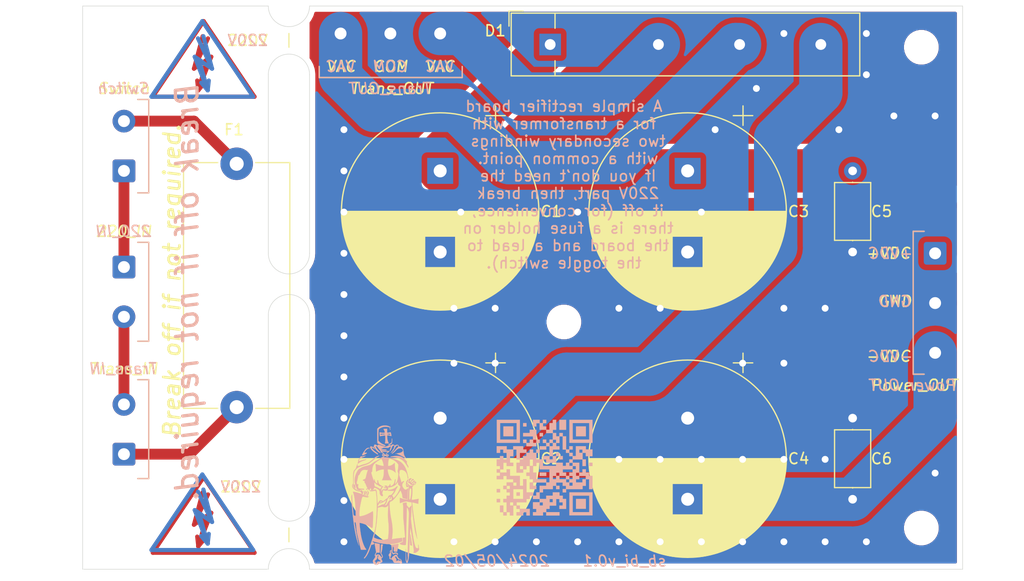
<source format=kicad_pcb>
(kicad_pcb (version 20171130) (host pcbnew "(5.1.12)-1")
  (title_block (title sb_bi) (date 2024-05-02) (rev v0.1) (company piro.tex))
  (layers (0 F.Cu signal) (31 B.Cu signal) (34 B.Paste user) (35 F.Paste user) (36 B.SilkS user) (37 F.SilkS user) (38 B.Mask user) (39 F.Mask user) (44 Edge.Cuts user))
  (net 0 "")
  (net 1 GND)
  (net 2 "Net-(C1-Pad1)")
  (net 3 "Net-(C2-Pad2)")
  (net 4 "Net-(D1-Pad2)")
  (net 5 "Net-(D1-Pad3)")
  (net 6 "Net-(F1-Pad2)")
  (net 7 "Net-(F1-Pad1)")
  (net 8 "Net-(J1-Pad2)")
  (net 9 "Net-(J1-Pad1)")
  (module mine:qr_code (layer B.Cu) (at 136.652 154.432 180)
    (fp_text reference G*** hide)
    (fp_text value LOGO hide)
  )
  (module Symbol:Symbol_HighVoltage_Type2_CopperTop_VerySmall (layer B.Cu) (at 105.029 159.258 180)
    (fp_text reference 220V (at -3.556 3.048) (layer B.SilkS) (effects (justify mirror)))
    (fp_text value Symbol_HighVoltage_Type2_CopperTop_VerySmall)
    (fp_line (start -4.699 -2.794) (end 0 4.191) (layer B.Cu) (width 0.381))
    (fp_line (start 4.699 -2.794) (end -4.699 -2.794) (layer B.Cu) (width 0.381))
    (fp_line (start 0 4.191) (end 4.699 -2.794) (layer B.Cu) (width 0.381))
    (fp_line (start -0.49784 -2.19964) (end -0.59944 -1.30048) (layer B.Cu) (width 0.381))
    (fp_line (start 0.29972 0.59944) (end -0.49784 -2.19964) (layer B.Cu) (width 0.381))
    (fp_line (start -0.89916 -0.20066) (end 0.29972 0.59944) (layer B.Cu) (width 0.381))
    (fp_line (start -0.09906 2.79908) (end -0.89916 -0.20066) (layer B.Cu) (width 0.381))
    (fp_line (start -0.49784 -2.19964) (end 0.1016 -1.50114) (layer B.Cu) (width 0.381))
    (fp_line (start -0.89916 -0.20066) (end 0.40132 2.60096) (layer B.Cu) (width 0.381))
    (fp_line (start 0.70104 0.89916) (end 0.1016 0.50038) (layer B.Cu) (width 0.381))
    (fp_line (start -0.49784 -2.19964) (end 0.70104 0.89916) (layer B.Cu) (width 0.381))
  )
  (module Symbol:Symbol_HighVoltage_Type2_CopperTop_VerySmall (layer B.Cu) (at 105.029 117.348 180)
    (fp_text reference 220V (at -4.191 2.413) (layer B.SilkS) (effects (justify mirror)))
    (fp_text value Symbol_HighVoltage_Type2_CopperTop_VerySmall)
    (fp_line (start -4.699 -2.794) (end 0 4.191) (layer B.Cu) (width 0.381))
    (fp_line (start 4.699 -2.794) (end -4.699 -2.794) (layer B.Cu) (width 0.381))
    (fp_line (start 0 4.191) (end 4.699 -2.794) (layer B.Cu) (width 0.381))
    (fp_line (start -0.49784 -2.19964) (end -0.59944 -1.30048) (layer B.Cu) (width 0.381))
    (fp_line (start 0.29972 0.59944) (end -0.49784 -2.19964) (layer B.Cu) (width 0.381))
    (fp_line (start -0.89916 -0.20066) (end 0.29972 0.59944) (layer B.Cu) (width 0.381))
    (fp_line (start -0.09906 2.79908) (end -0.89916 -0.20066) (layer B.Cu) (width 0.381))
    (fp_line (start -0.49784 -2.19964) (end 0.1016 -1.50114) (layer B.Cu) (width 0.381))
    (fp_line (start -0.89916 -0.20066) (end 0.40132 2.60096) (layer B.Cu) (width 0.381))
    (fp_line (start 0.70104 0.89916) (end 0.1016 0.50038) (layer B.Cu) (width 0.381))
    (fp_line (start -0.49784 -2.19964) (end 0.70104 0.89916) (layer B.Cu) (width 0.381))
  )
  (module Symbol:Symbol_HighVoltage_Type2_CopperTop_VerySmall (layer F.Cu) (at 105.156 159.512)
    (fp_text reference 220V (at 3.429 -3.302) (layer F.SilkS))
    (fp_text value Symbol_HighVoltage_Type2_CopperTop_VerySmall)
    (fp_line (start -4.699 2.794) (end 0 -4.191) (layer F.Cu) (width 0.381))
    (fp_line (start 4.699 2.794) (end -4.699 2.794) (layer F.Cu) (width 0.381))
    (fp_line (start 0 -4.191) (end 4.699 2.794) (layer F.Cu) (width 0.381))
    (fp_line (start -0.49784 2.19964) (end -0.59944 1.30048) (layer F.Cu) (width 0.381))
    (fp_line (start 0.29972 -0.59944) (end -0.49784 2.19964) (layer F.Cu) (width 0.381))
    (fp_line (start -0.89916 0.20066) (end 0.29972 -0.59944) (layer F.Cu) (width 0.381))
    (fp_line (start -0.09906 -2.79908) (end -0.89916 0.20066) (layer F.Cu) (width 0.381))
    (fp_line (start -0.49784 2.19964) (end 0.1016 1.50114) (layer F.Cu) (width 0.381))
    (fp_line (start -0.89916 0.20066) (end 0.40132 -2.60096) (layer F.Cu) (width 0.381))
    (fp_line (start 0.70104 -0.89916) (end 0.1016 -0.50038) (layer F.Cu) (width 0.381))
    (fp_line (start -0.49784 2.19964) (end 0.70104 -0.89916) (layer F.Cu) (width 0.381))
  )
  (module Symbol:Symbol_HighVoltage_Type2_CopperTop_VerySmall (layer F.Cu) (at 105.156 117.348)
    (fp_text reference 220V (at 4.064 -2.413) (layer F.SilkS))
    (fp_text value Symbol_HighVoltage_Type2_CopperTop_VerySmall)
    (fp_line (start -4.699 2.794) (end 0 -4.191) (layer F.Cu) (width 0.381))
    (fp_line (start 4.699 2.794) (end -4.699 2.794) (layer F.Cu) (width 0.381))
    (fp_line (start 0 -4.191) (end 4.699 2.794) (layer F.Cu) (width 0.381))
    (fp_line (start -0.49784 2.19964) (end -0.59944 1.30048) (layer F.Cu) (width 0.381))
    (fp_line (start 0.29972 -0.59944) (end -0.49784 2.19964) (layer F.Cu) (width 0.381))
    (fp_line (start -0.89916 0.20066) (end 0.29972 -0.59944) (layer F.Cu) (width 0.381))
    (fp_line (start -0.09906 -2.79908) (end -0.89916 0.20066) (layer F.Cu) (width 0.381))
    (fp_line (start -0.49784 2.19964) (end 0.1016 1.50114) (layer F.Cu) (width 0.381))
    (fp_line (start -0.89916 0.20066) (end 0.40132 -2.60096) (layer F.Cu) (width 0.381))
    (fp_line (start 0.70104 -0.89916) (end 0.1016 -0.50038) (layer F.Cu) (width 0.381))
    (fp_line (start -0.49784 2.19964) (end 0.70104 -0.89916) (layer F.Cu) (width 0.381))
  )
  (module mine:knight_10x13mm (layer B.Cu) (at 121.92 156.972 180)
    (fp_text reference G*** hide)
    (fp_text value LOGO hide)
  )
  (module Capacitor_THT:CP_Radial_D18.0mm_P7.50mm (layer F.Cu) (at 127 127 270)
    (fp_text reference C1 (at 3.75 -10.25 180) (layer F.SilkS))
    (fp_text value 4700u)
    (pad 2 thru_hole circle (at 7.5 0 270) (size 2.4 2.4) (drill 1.2) (layers *.Cu *.Mask) (net 1 GND))
    (pad 1 thru_hole rect (at 0 0 270) (size 2.4 2.4) (drill 1.2) (layers *.Cu *.Mask) (net 2 "Net-(C1-Pad1)"))
  )
  (module MountingHole:MountingHole_2.2mm_M2 (layer F.Cu) (at 171.45 160.02)
    (fp_text reference REF** hide)
    (fp_text value MountingHole_2.2mm_M2)
    (pad 1 np_thru_hole circle (at 0 0) (size 2.2 2.2) (drill 2.2) (layers *.Cu *.Mask))
  )
  (module MountingHole:MountingHole_2.2mm_M2 (layer F.Cu) (at 171.45 115.57)
    (fp_text reference REF** hide)
    (fp_text value MountingHole_2.2mm_M2)
    (pad 1 np_thru_hole circle (at 0 0) (size 2.2 2.2) (drill 2.2) (layers *.Cu *.Mask))
  )
  (module MountingHole:MountingHole_2.2mm_M2 (layer F.Cu) (at 138.43 140.97)
    (fp_text reference REF** hide)
    (fp_text value MountingHole_2.2mm_M2)
    (pad 1 np_thru_hole circle (at 0 0) (size 2.2 2.2) (drill 2.2) (layers *.Cu *.Mask))
  )
  (module MountingHole:MountingHole_2.2mm_M2 (layer F.Cu) (at 97.79 160.02)
    (fp_text reference REF** hide)
    (fp_text value MountingHole_2.2mm_M2)
    (pad 1 np_thru_hole circle (at 0 0) (size 2.2 2.2) (drill 2.2) (layers *.Cu *.Mask))
  )
  (module MountingHole:MountingHole_2.2mm_M2 (layer F.Cu) (at 97.79 115.57)
    (fp_text reference REF** hide)
    (fp_text value MountingHole_2.2mm_M2)
    (pad 1 np_thru_hole circle (at 0 0) (size 2.2 2.2) (drill 2.2) (layers *.Cu *.Mask))
  )
  (module Connector_Wire:SolderWire-0.5sqmm_1x02_P4.6mm_D0.9mm_OD2.1mm (layer F.Cu) (at 97.79 127 90)
    (fp_text reference SW1 hide)
    (fp_text value Power)
    (pad 2 thru_hole circle (at 4.6 0 90) (size 2.1 2.1) (drill 1.1) (layers *.Cu *.Mask) (net 6 "Net-(F1-Pad2)"))
    (pad 1 thru_hole roundrect (at 0 0 90) (size 2.1 2.1) (drill 1.1) (layers *.Cu *.Mask) (roundrect_rratio 0.1190471428571429) (net 9 "Net-(J1-Pad1)"))
  )
  (module Connector_Wire:SolderWire-0.5sqmm_1x03_P4.6mm_D0.9mm_OD2.1mm (layer F.Cu) (at 172.72 134.62 270)
    (fp_text reference J4 hide)
    (fp_text value Power_OUT)
    (pad 3 thru_hole circle (at 9.2 0 270) (size 2.1 2.1) (drill 1.1) (layers *.Cu *.Mask) (net 3 "Net-(C2-Pad2)"))
    (pad 2 thru_hole circle (at 4.6 0 270) (size 2.1 2.1) (drill 1.1) (layers *.Cu *.Mask) (net 1 GND))
    (pad 1 thru_hole roundrect (at 0 0 270) (size 2.1 2.1) (drill 1.1) (layers *.Cu *.Mask) (roundrect_rratio 0.1190471428571429) (net 2 "Net-(C1-Pad1)"))
  )
  (module Connector_Wire:SolderWire-0.5sqmm_1x02_P4.6mm_D0.9mm_OD2.1mm (layer F.Cu) (at 97.79 153.19 90)
    (fp_text reference J3 hide)
    (fp_text value Trans_IN)
    (pad 2 thru_hole circle (at 4.6 0 90) (size 2.1 2.1) (drill 1.1) (layers *.Cu *.Mask) (net 8 "Net-(J1-Pad2)"))
    (pad 1 thru_hole roundrect (at 0 0 90) (size 2.1 2.1) (drill 1.1) (layers *.Cu *.Mask) (roundrect_rratio 0.1190471428571429) (net 7 "Net-(F1-Pad1)"))
  )
  (module Connector_Wire:SolderWire-0.5sqmm_1x03_P4.6mm_D0.9mm_OD2.1mm (layer F.Cu) (at 127 114.3 180)
    (fp_text reference J2 hide)
    (fp_text value Trans_OUT)
    (pad 3 thru_hole circle (at 9.2 0 180) (size 2.1 2.1) (drill 1.1) (layers *.Cu *.Mask) (net 5 "Net-(D1-Pad3)"))
    (pad 2 thru_hole circle (at 4.6 0 180) (size 2.1 2.1) (drill 1.1) (layers *.Cu *.Mask) (net 1 GND))
    (pad 1 thru_hole roundrect (at 0 0 180) (size 2.1 2.1) (drill 1.1) (layers *.Cu *.Mask) (roundrect_rratio 0.1190471428571429) (net 4 "Net-(D1-Pad2)"))
  )
  (module Connector_Wire:SolderWire-0.5sqmm_1x02_P4.6mm_D0.9mm_OD2.1mm (layer F.Cu) (at 97.79 135.89 270)
    (fp_text reference J1 hide)
    (fp_text value Power_IN)
    (pad 2 thru_hole circle (at 4.6 0 270) (size 2.1 2.1) (drill 1.1) (layers *.Cu *.Mask) (net 8 "Net-(J1-Pad2)"))
    (pad 1 thru_hole roundrect (at 0 0 270) (size 2.1 2.1) (drill 1.1) (layers *.Cu *.Mask) (roundrect_rratio 0.1190471428571429) (net 9 "Net-(J1-Pad1)"))
  )
  (module Fuse:Fuseholder_Cylinder-5x20mm_Schurter_0031_8201_Horizontal_Open (layer F.Cu) (at 108.204 148.844 90)
    (fp_text reference F1 (at 25.654 -0.254 180) (layer F.SilkS))
    (fp_text value 5A)
    (pad "" np_thru_hole circle (at 11.25 0 90) (size 2.7 2.7) (drill 2.7) (layers *.Cu *.Mask))
    (pad 2 thru_hole circle (at 22.5 0 90) (size 3 3) (drill 1.3) (layers *.Cu *.Mask) (net 6 "Net-(F1-Pad2)"))
    (pad 1 thru_hole circle (at 0 0 90) (size 3 3) (drill 1.3) (layers *.Cu *.Mask) (net 7 "Net-(F1-Pad1)"))
  )
  (module mine:GBJ (layer F.Cu) (at 137.16 115.316)
    (fp_text reference D1 (at -5.08 -1.27 180) (layer F.SilkS))
    (fp_text value GBJ1510)
    (pad 1 thru_hole rect (at 0 0) (size 2 2) (drill 1) (layers *.Cu *.Mask) (net 2 "Net-(C1-Pad1)"))
    (pad 2 thru_hole circle (at 10 0) (size 2 2) (drill 1) (layers *.Cu *.Mask) (net 4 "Net-(D1-Pad2)"))
    (pad 3 thru_hole circle (at 17.5 0) (size 2 2) (drill 1) (layers *.Cu *.Mask) (net 5 "Net-(D1-Pad3)"))
    (pad 4 thru_hole circle (at 25 0) (size 2 2) (drill 1) (layers *.Cu *.Mask) (net 3 "Net-(C2-Pad2)"))
  )
  (module Capacitor_THT:C_Axial_L5.1mm_D3.1mm_P7.50mm_Horizontal (layer F.Cu) (at 165.1 149.86 270)
    (fp_text reference C6 (at 3.75 -2.67 180) (layer F.SilkS))
    (fp_text value 100n)
    (pad 2 thru_hole oval (at 7.5 0 270) (size 1.6 1.6) (drill 0.8) (layers *.Cu *.Mask) (net 3 "Net-(C2-Pad2)"))
    (pad 1 thru_hole circle (at 0 0 270) (size 1.6 1.6) (drill 0.8) (layers *.Cu *.Mask) (net 1 GND))
  )
  (module Capacitor_THT:C_Axial_L5.1mm_D3.1mm_P7.50mm_Horizontal (layer F.Cu) (at 165.1 127 270)
    (fp_text reference C5 (at 3.75 -2.67 180) (layer F.SilkS))
    (fp_text value 100n)
    (pad 2 thru_hole oval (at 7.5 0 270) (size 1.6 1.6) (drill 0.8) (layers *.Cu *.Mask) (net 1 GND))
    (pad 1 thru_hole circle (at 0 0 270) (size 1.6 1.6) (drill 0.8) (layers *.Cu *.Mask) (net 2 "Net-(C1-Pad1)"))
  )
  (module Capacitor_THT:CP_Radial_D18.0mm_P7.50mm (layer F.Cu) (at 149.86 149.86 270)
    (fp_text reference C4 (at 3.75 -10.25 180) (layer F.SilkS))
    (fp_text value 4700u)
    (pad 2 thru_hole circle (at 7.5 0 270) (size 2.4 2.4) (drill 1.2) (layers *.Cu *.Mask) (net 3 "Net-(C2-Pad2)"))
    (pad 1 thru_hole rect (at 0 0 270) (size 2.4 2.4) (drill 1.2) (layers *.Cu *.Mask) (net 1 GND))
  )
  (module Capacitor_THT:CP_Radial_D18.0mm_P7.50mm (layer F.Cu) (at 149.86 127 270)
    (fp_text reference C3 (at 3.75 -10.25 180) (layer F.SilkS))
    (fp_text value 4700u)
    (pad 2 thru_hole circle (at 7.5 0 270) (size 2.4 2.4) (drill 1.2) (layers *.Cu *.Mask) (net 1 GND))
    (pad 1 thru_hole rect (at 0 0 270) (size 2.4 2.4) (drill 1.2) (layers *.Cu *.Mask) (net 2 "Net-(C1-Pad1)"))
  )
  (module Capacitor_THT:CP_Radial_D18.0mm_P7.50mm (layer F.Cu) (at 127 149.86 270)
    (fp_text reference C2 (at 3.75 -10.25 180) (layer F.SilkS))
    (fp_text value 4700u)
    (pad 2 thru_hole circle (at 7.5 0 270) (size 2.4 2.4) (drill 1.2) (layers *.Cu *.Mask) (net 3 "Net-(C2-Pad2)"))
    (pad 1 thru_hole rect (at 0 0 270) (size 2.4 2.4) (drill 1.2) (layers *.Cu *.Mask) (net 1 GND))
  )
  (gr_line (start 170.688 145.796) (end 171.704 145.796) (layer B.SilkS) (width 0.12))
  (gr_line (start 170.688 132.588) (end 170.688 145.796) (layer B.SilkS) (width 0.12))
  (gr_line (start 171.704 132.588) (end 170.688 132.588) (layer B.SilkS) (width 0.12))
  (gr_line (start 129.032 118.364) (end 129.032 117.348) (layer B.SilkS) (width 0.12))
  (gr_line (start 115.824 118.364) (end 129.032 118.364) (layer B.SilkS) (width 0.12))
  (gr_line (start 115.824 117.348) (end 115.824 118.364) (layer B.SilkS) (width 0.12))
  (gr_line (start 100.076 155.448) (end 99.06 155.448) (layer B.SilkS) (width 0.12))
  (gr_line (start 100.076 146.304) (end 100.076 155.448) (layer B.SilkS) (width 0.12))
  (gr_line (start 99.06 146.304) (end 100.076 146.304) (layer B.SilkS) (width 0.12))
  (gr_line (start 100.076 142.748) (end 99.06 142.748) (layer B.SilkS) (width 0.12))
  (gr_line (start 100.076 133.604) (end 100.076 142.748) (layer B.SilkS) (width 0.12))
  (gr_line (start 99.06 133.604) (end 100.076 133.604) (layer B.SilkS) (width 0.12))
  (gr_line (start 100.076 129.032) (end 99.06 129.032) (layer B.SilkS) (width 0.12))
  (gr_line (start 100.076 120.396) (end 100.076 129.032) (layer B.SilkS) (width 0.12))
  (gr_line (start 99.06 120.396) (end 100.076 120.396) (layer B.SilkS) (width 0.12))
  (gr_line (start 170.688 145.796) (end 171.704 145.796) (layer F.SilkS) (width 0.12))
  (gr_line (start 170.688 132.588) (end 170.688 145.796) (layer F.SilkS) (width 0.12))
  (gr_line (start 171.704 132.588) (end 170.688 132.588) (layer F.SilkS) (width 0.12))
  (gr_line (start 100.076 155.448) (end 99.06 155.448) (layer F.SilkS) (width 0.12))
  (gr_line (start 100.076 146.304) (end 100.076 155.448) (layer F.SilkS) (width 0.12))
  (gr_line (start 99.06 146.304) (end 100.076 146.304) (layer F.SilkS) (width 0.12))
  (gr_line (start 100.076 142.748) (end 99.06 142.748) (layer F.SilkS) (width 0.12))
  (gr_line (start 100.076 133.604) (end 100.076 142.748) (layer F.SilkS) (width 0.12))
  (gr_line (start 99.06 133.604) (end 100.076 133.604) (layer F.SilkS) (width 0.12))
  (gr_line (start 100.076 129.032) (end 99.06 129.032) (layer F.SilkS) (width 0.12))
  (gr_line (start 100.076 120.396) (end 100.076 129.032) (layer F.SilkS) (width 0.12))
  (gr_line (start 99.06 120.396) (end 100.076 120.396) (layer F.SilkS) (width 0.12))
  (gr_line (start 129.032 118.364) (end 129.032 117.348) (layer F.SilkS) (width 0.12))
  (gr_line (start 115.824 118.364) (end 129.032 118.364) (layer F.SilkS) (width 0.12))
  (gr_line (start 115.824 117.348) (end 115.824 118.364) (layer F.SilkS) (width 0.12))
  (gr_text "A simple rectifier board\n for a transformer with \ntwo secondary windings \nwith a common point. \nIf you don’t need the \n220V part, then break \nit off (for convenience, \nthere is a fuse holder on \nthe board and a lead to \nthe toggle switch)." (at 138.43 128.27) (layer B.SilkS) (effects (font (size 1 1)) (justify mirror)))
  (gr_line (start 113.03 114.3) (end 113.03 115.57) (layer F.SilkS) (width 0.12))
  (gr_line (start 113.03 160.02) (end 113.03 161.29) (layer F.SilkS) (width 0.12))
  (gr_line (start 111.125 118.11) (end 111.125 134.62) (layer Edge.Cuts) (width 0.05))
  (gr_line (start 114.935 134.62) (end 114.935 118.11) (layer Edge.Cuts) (width 0.05))
  (gr_arc (start 113.03 134.62) (end 111.125 134.62) (angle -180) (layer Edge.Cuts) (width 0.05))
  (gr_arc (start 113.03 140.335) (end 114.935 140.335) (angle -180) (layer Edge.Cuts) (width 0.05))
  (gr_text "Break off if not required." (at 102.235 137.16 90) (layer F.SilkS) (effects (font (size 1.5 1.5) (thickness 0.25) italic)))
  (gr_text "Break off if not required." (at 103.632 138.176 90) (layer B.SilkS) (effects (font (size 2 2) (thickness 0.3) italic) (justify mirror)))
  (gr_text Power_OUT (at 170.688 146.812) (layer B.SilkS) (effects (font (size 1 1) (thickness 0.15) italic) (justify mirror)))
  (gr_text -VDC (at 168.656 144.145) (layer B.SilkS) (effects (font (size 1 1) (thickness 0.15) italic) (justify mirror)))
  (gr_text VAC (at 127 117.348) (layer B.SilkS) (effects (font (size 1 1) (thickness 0.15) italic) (justify mirror)))
  (gr_text GND (at 169.037 139.065) (layer B.SilkS) (effects (font (size 1 1) (thickness 0.15) italic) (justify mirror)))
  (gr_text VAC (at 117.856 117.348) (layer B.SilkS) (effects (font (size 1 1) (thickness 0.15) italic) (justify mirror)))
  (gr_text +VDC (at 168.656 134.62) (layer B.SilkS) (effects (font (size 1 1) (thickness 0.15) italic) (justify mirror)))
  (gr_text COM (at 122.428 117.348) (layer B.SilkS) (effects (font (size 1 1) (thickness 0.15) italic) (justify mirror)))
  (gr_text 220_IN (at 97.79 132.588) (layer B.SilkS) (effects (font (size 1 1) (thickness 0.15) italic) (justify mirror)))
  (gr_text Trans_IN (at 97.79 145.288) (layer B.SilkS) (effects (font (size 1 1) (thickness 0.15) italic) (justify mirror)))
  (gr_text Switch (at 97.79 119.38) (layer B.SilkS) (effects (font (size 1 1) (thickness 0.15) italic) (justify mirror)))
  (gr_text Trans_OUT (at 122.428 119.38) (layer B.SilkS) (effects (font (size 1 1) (thickness 0.15) italic) (justify mirror)))
  (gr_text "sb_bi_v0.1    2024/05/02" (at 137.668 163.068) (layer B.SilkS) (effects (font (size 1 1) (thickness 0.15) italic) (justify mirror)))
  (gr_text -VDC (at 168.402 144.145) (layer F.SilkS) (effects (font (size 1 1) (thickness 0.15) italic)))
  (gr_text GND (at 169.037 139.065) (layer F.SilkS) (effects (font (size 1 1) (thickness 0.15) italic)))
  (gr_text +VDC (at 168.402 134.62) (layer F.SilkS) (effects (font (size 1 1) (thickness 0.15) italic)))
  (gr_text COM (at 122.428 117.348) (layer F.SilkS) (effects (font (size 1 1) (thickness 0.15) italic)))
  (gr_text VAC (at 117.856 117.348) (layer F.SilkS) (effects (font (size 1 1) (thickness 0.15) italic)))
  (gr_text VAC (at 127 117.348) (layer F.SilkS) (effects (font (size 1 1) (thickness 0.15) italic)))
  (gr_text Power_OUT (at 170.815 146.812) (layer F.SilkS) (effects (font (size 1 1) (thickness 0.15) italic)))
  (gr_text Trans_OUT (at 122.555 119.38) (layer F.SilkS) (effects (font (size 1 1) (thickness 0.15) italic)))
  (gr_text Trans_IN (at 97.79 145.288) (layer F.SilkS) (effects (font (size 1 1) (thickness 0.15) italic)))
  (gr_text 220_IN (at 97.79 132.588) (layer F.SilkS) (effects (font (size 1 1) (thickness 0.15) italic)))
  (gr_text Switch (at 97.79 119.38) (layer F.SilkS) (effects (font (size 1 1) (thickness 0.15) italic)))
  (gr_line (start 111.125 111.76) (end 93.98 111.76) (layer Edge.Cuts) (width 0.05))
  (gr_line (start 111.125 163.83) (end 93.98 163.83) (layer Edge.Cuts) (width 0.05))
  (gr_line (start 114.935 157.48) (end 114.935 140.335) (layer Edge.Cuts) (width 0.05))
  (gr_line (start 111.125 140.335) (end 111.125 157.48) (layer Edge.Cuts) (width 0.05))
  (gr_arc (start 113.03 157.48) (end 111.125 157.48) (angle -180) (layer Edge.Cuts) (width 0.05))
  (gr_arc (start 113.03 163.83) (end 114.935 163.83) (angle -180) (layer Edge.Cuts) (width 0.05))
  (gr_arc (start 113.03 118.11) (end 114.935 118.11) (angle -180) (layer Edge.Cuts) (width 0.05))
  (gr_arc (start 113.03 111.76) (end 111.125 111.76) (angle -180) (layer Edge.Cuts) (width 0.05))
  (gr_line (start 93.98 163.83) (end 93.98 111.76) (layer Edge.Cuts) (width 0.05))
  (gr_line (start 175.26 163.83) (end 114.935 163.83) (layer Edge.Cuts) (width 0.05))
  (gr_line (start 175.26 111.76) (end 175.26 163.83) (layer Edge.Cuts) (width 0.05))
  (gr_line (start 114.935 111.76) (end 175.26 111.76) (layer Edge.Cuts) (width 0.05))
  (segment (start 164.74 134.14) (end 165.1 134.5) (width 0.25) (layer F.Cu) (net 1))
  (segment (start 122.4 129.9) (end 127 134.5) (width 4) (layer F.Cu) (net 1))
  (segment (start 122.4 114.3) (end 122.4 129.9) (width 4) (layer F.Cu) (net 1))
  (segment (start 127 134.5) (end 149.86 134.5) (width 4) (layer F.Cu) (net 1))
  (segment (start 149.86 134.5) (end 165.1 134.5) (width 4) (layer F.Cu) (net 1))
  (segment (start 169.82 139.22) (end 172.72 139.22) (width 4) (layer F.Cu) (net 1))
  (segment (start 165.1 134.5) (end 169.82 139.22) (width 4) (layer F.Cu) (net 1))
  (segment (start 122.4 145.26) (end 127 149.86) (width 4) (layer F.Cu) (net 1))
  (segment (start 122.4 129.9) (end 122.4 145.26) (width 4) (layer F.Cu) (net 1))
  (segment (start 127 149.86) (end 149.86 149.86) (width 4) (layer F.Cu) (net 1))
  (segment (start 149.86 149.86) (end 165.1 149.86) (width 4) (layer F.Cu) (net 1))
  (segment (start 165.1 143.94) (end 169.82 139.22) (width 4) (layer F.Cu) (net 1))
  (segment (start 165.1 149.86) (end 165.1 143.94) (width 4) (layer F.Cu) (net 1))
  (via (at 166.37 114.3) (size 1.27) (drill 0.635) (layers F.Cu B.Cu) (net 1))
  (via (at 163.83 123.19) (size 1.27) (drill 0.635) (layers F.Cu B.Cu) (net 1))
  (via (at 166.37 118.11) (size 1.27) (drill 0.635) (layers F.Cu B.Cu) (net 1))
  (via (at 168.91 121.92) (size 1.27) (drill 0.635) (layers F.Cu B.Cu) (net 1))
  (via (at 172.72 121.92) (size 1.27) (drill 0.635) (layers F.Cu B.Cu) (net 1))
  (via (at 156.21 119.38) (size 1.27) (drill 0.635) (layers F.Cu B.Cu) (net 1))
  (via (at 158.75 114.3) (size 1.27) (drill 0.635) (layers F.Cu B.Cu) (net 1))
  (via (at 152.4 123.19) (size 1.27) (drill 0.635) (layers F.Cu B.Cu) (net 1))
  (via (at 151.13 130.81) (size 1.27) (drill 0.635) (layers F.Cu B.Cu) (net 1))
  (via (at 139.7 130.81) (size 1.27) (drill 0.635) (layers F.Cu B.Cu) (net 1))
  (via (at 128.905 130.81) (size 1.27) (drill 0.635) (layers F.Cu B.Cu) (net 1))
  (via (at 128.27 139.7) (size 1.27) (drill 0.635) (layers F.Cu B.Cu) (net 1))
  (via (at 128.27 144.78) (size 1.27) (drill 0.635) (layers F.Cu B.Cu) (net 1))
  (via (at 132.08 144.78) (size 1.27) (drill 0.635) (layers F.Cu B.Cu) (net 1))
  (via (at 132.08 139.7) (size 1.27) (drill 0.635) (layers F.Cu B.Cu) (net 1))
  (via (at 143.51 139.7) (size 1.27) (drill 0.635) (layers F.Cu B.Cu) (net 1))
  (via (at 147.32 139.7) (size 1.27) (drill 0.635) (layers F.Cu B.Cu) (net 1))
  (via (at 158.75 139.7) (size 1.27) (drill 0.635) (layers F.Cu B.Cu) (net 1))
  (via (at 158.75 144.78) (size 1.27) (drill 0.635) (layers F.Cu B.Cu) (net 1))
  (via (at 154.94 144.78) (size 1.27) (drill 0.635) (layers F.Cu B.Cu) (net 1))
  (via (at 162.56 139.7) (size 1.27) (drill 0.635) (layers F.Cu B.Cu) (net 1))
  (via (at 172.72 154.94) (size 1.27) (drill 0.635) (layers F.Cu B.Cu) (net 1))
  (via (at 162.56 161.29) (size 1.27) (drill 0.635) (layers F.Cu B.Cu) (net 1))
  (via (at 166.37 161.29) (size 1.27) (drill 0.635) (layers F.Cu B.Cu) (net 1))
  (via (at 158.75 161.29) (size 1.27) (drill 0.635) (layers F.Cu B.Cu) (net 1))
  (via (at 162.56 153.67) (size 1.27) (drill 0.635) (layers F.Cu B.Cu) (net 1))
  (via (at 158.75 153.67) (size 1.27) (drill 0.635) (layers F.Cu B.Cu) (net 1))
  (via (at 154.94 153.67) (size 1.27) (drill 0.635) (layers F.Cu B.Cu) (net 1))
  (via (at 151.13 153.67) (size 1.27) (drill 0.635) (layers F.Cu B.Cu) (net 1))
  (via (at 147.32 153.67) (size 1.27) (drill 0.635) (layers F.Cu B.Cu) (net 1))
  (via (at 143.51 153.67) (size 1.27) (drill 0.635) (layers F.Cu B.Cu) (net 1))
  (via (at 135.89 161.29) (size 1.27) (drill 0.635) (layers F.Cu B.Cu) (net 1))
  (via (at 139.7 161.29) (size 1.27) (drill 0.635) (layers F.Cu B.Cu) (net 1))
  (via (at 143.51 161.29) (size 1.27) (drill 0.635) (layers F.Cu B.Cu) (net 1))
  (via (at 147.32 161.29) (size 1.27) (drill 0.635) (layers F.Cu B.Cu) (net 1))
  (via (at 151.13 161.29) (size 1.27) (drill 0.635) (layers F.Cu B.Cu) (net 1))
  (via (at 154.94 161.29) (size 1.27) (drill 0.635) (layers F.Cu B.Cu) (net 1))
  (via (at 118.11 157.48) (size 1.27) (drill 0.635) (layers F.Cu B.Cu) (net 1))
  (via (at 128.27 161.29) (size 1.27) (drill 0.635) (layers F.Cu B.Cu) (net 1))
  (via (at 132.08 161.29) (size 1.27) (drill 0.635) (layers F.Cu B.Cu) (net 1))
  (via (at 118.11 153.67) (size 1.27) (drill 0.635) (layers F.Cu B.Cu) (net 1))
  (via (at 118.11 149.86) (size 1.27) (drill 0.635) (layers F.Cu B.Cu) (net 1))
  (via (at 118.11 146.05) (size 1.27) (drill 0.635) (layers F.Cu B.Cu) (net 1))
  (via (at 118.11 142.24) (size 1.27) (drill 0.635) (layers F.Cu B.Cu) (net 1))
  (via (at 118.11 138.43) (size 1.27) (drill 0.635) (layers F.Cu B.Cu) (net 1))
  (via (at 118.11 134.62) (size 1.27) (drill 0.635) (layers F.Cu B.Cu) (net 1))
  (via (at 118.11 130.81) (size 1.27) (drill 0.635) (layers F.Cu B.Cu) (net 1))
  (via (at 118.11 127) (size 1.27) (drill 0.635) (layers F.Cu B.Cu) (net 1))
  (via (at 118.11 123.19) (size 1.27) (drill 0.635) (layers F.Cu B.Cu) (net 1))
  (via (at 118.11 161.29) (size 1.27) (drill 0.635) (layers F.Cu B.Cu) (net 1))
  (segment (start 127 127) (end 149.86 127) (width 4) (layer F.Cu) (net 2))
  (segment (start 149.86 127) (end 165.1 127) (width 4) (layer F.Cu) (net 2))
  (segment (start 165.1 127) (end 169.545 127) (width 4) (layer F.Cu) (net 2))
  (segment (start 172.72 130.175) (end 172.72 134.62) (width 4) (layer F.Cu) (net 2))
  (segment (start 169.545 127) (end 172.72 130.175) (width 4) (layer F.Cu) (net 2))
  (segment (start 127 125.476) (end 137.16 115.316) (width 4) (layer F.Cu) (net 2))
  (segment (start 127 127) (end 127 125.476) (width 4) (layer F.Cu) (net 2))
  (segment (start 127 157.36) (end 149.86 157.36) (width 4) (layer B.Cu) (net 3))
  (segment (start 149.86 157.36) (end 165.1 157.36) (width 4) (layer B.Cu) (net 3))
  (segment (start 172.72 149.74) (end 172.72 143.82) (width 4) (layer B.Cu) (net 3))
  (segment (start 165.1 157.36) (end 172.72 149.74) (width 4) (layer B.Cu) (net 3))
  (segment (start 162.16 119.78) (end 162.16 115.316) (width 4) (layer B.Cu) (net 3))
  (segment (start 157.988 134.112) (end 157.988 123.952) (width 4) (layer B.Cu) (net 3))
  (segment (start 146.304 145.796) (end 157.988 134.112) (width 4) (layer B.Cu) (net 3))
  (segment (start 138.684 145.796) (end 146.304 145.796) (width 4) (layer B.Cu) (net 3))
  (segment (start 127.12 157.36) (end 138.684 145.796) (width 4) (layer B.Cu) (net 3))
  (segment (start 157.988 123.952) (end 162.16 119.78) (width 4) (layer B.Cu) (net 3))
  (segment (start 127 157.36) (end 127.12 157.36) (width 4) (layer B.Cu) (net 3))
  (segment (start 142.588 119.888) (end 147.16 115.316) (width 4) (layer B.Cu) (net 4))
  (segment (start 134.62 119.888) (end 142.588 119.888) (width 4) (layer B.Cu) (net 4))
  (segment (start 129.032 114.3) (end 134.62 119.888) (width 4) (layer B.Cu) (net 4))
  (segment (start 127 114.3) (end 129.032 114.3) (width 4) (layer B.Cu) (net 4))
  (segment (start 143.383 126.238) (end 154.305 115.316) (width 4) (layer B.Cu) (net 5))
  (segment (start 133.35 126.238) (end 143.383 126.238) (width 4) (layer B.Cu) (net 5))
  (segment (start 128.524 121.412) (end 133.35 126.238) (width 4) (layer B.Cu) (net 5))
  (segment (start 117.8 118.308) (end 120.904 121.412) (width 4) (layer B.Cu) (net 5))
  (segment (start 154.305 115.316) (end 154.66 115.316) (width 4) (layer B.Cu) (net 5))
  (segment (start 120.904 121.412) (end 128.524 121.412) (width 4) (layer B.Cu) (net 5))
  (segment (start 117.8 114.3) (end 117.8 118.308) (width 4) (layer B.Cu) (net 5))
  (segment (start 104.26 122.4) (end 108.204 126.344) (width 1) (layer F.Cu) (net 6))
  (segment (start 97.79 122.4) (end 104.26 122.4) (width 1) (layer F.Cu) (net 6))
  (segment (start 103.858 153.19) (end 108.204 148.844) (width 1) (layer F.Cu) (net 7))
  (segment (start 97.79 153.19) (end 103.858 153.19) (width 1) (layer F.Cu) (net 7))
  (segment (start 97.79 140.49) (end 97.79 148.59) (width 1) (layer F.Cu) (net 8))
  (segment (start 97.79 127) (end 97.79 135.89) (width 1) (layer F.Cu) (net 9))
  (zone (net 1) (net_name GND) (layer F.Cu) (connect_pads yes (clearance 0.508)) (min_thickness 0.254) (fill yes (arc_segments 32) (thermal_gap 0.508) (thermal_bridge_width 0.508))
    (polygon (pts (xy 175.26 163.83) (xy 114.935 163.83) (xy 114.935 111.76) (xy 175.26 111.76)))
  )
  (zone (net 1) (net_name GND) (layer B.Cu) (connect_pads yes (clearance 0.508)) (min_thickness 0.254) (fill yes (arc_segments 32) (thermal_gap 0.508) (thermal_bridge_width 0.508))
    (polygon (pts (xy 175.26 163.83) (xy 114.935 163.83) (xy 114.935 111.76) (xy 175.26 111.76)))
  )
)
</source>
